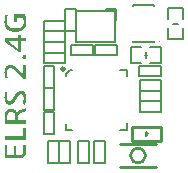
<source format=gto>
G04*
G04 #@! TF.GenerationSoftware,Altium Limited,Altium Designer,20.0.1 (14)*
G04*
G04 Layer_Color=65535*
%FSLAX44Y44*%
%MOMM*%
G71*
G01*
G75*
%ADD10C,0.2540*%
%ADD11C,0.1000*%
%ADD12C,0.1800*%
%ADD13C,0.1778*%
%ADD14C,0.2200*%
%ADD15C,0.1500*%
%ADD16C,0.2032*%
%ADD17C,0.1524*%
G36*
X26918Y139029D02*
X26931Y138987D01*
X26959Y138904D01*
X26973Y138807D01*
X27015Y138682D01*
X27042Y138530D01*
X27084Y138363D01*
X27139Y138169D01*
X27181Y137947D01*
X27236Y137711D01*
X27292Y137462D01*
X27334Y137198D01*
X27389Y136907D01*
X27445Y136616D01*
X27542Y135978D01*
Y135964D01*
X27555Y135894D01*
X27569Y135811D01*
X27583Y135673D01*
X27597Y135520D01*
X27625Y135340D01*
X27639Y135132D01*
X27666Y134896D01*
X27694Y134646D01*
X27708Y134369D01*
X27736Y134092D01*
X27750Y133786D01*
X27777Y133176D01*
X27791Y132538D01*
Y132344D01*
X27777Y132219D01*
Y132039D01*
X27764Y131845D01*
X27750Y131623D01*
X27736Y131387D01*
X27708Y131124D01*
X27680Y130846D01*
X27611Y130278D01*
X27500Y129682D01*
X27361Y129099D01*
Y129085D01*
X27334Y129030D01*
X27320Y128960D01*
X27278Y128849D01*
X27223Y128725D01*
X27167Y128572D01*
X27098Y128406D01*
X27001Y128211D01*
X26793Y127809D01*
X26529Y127379D01*
X26391Y127157D01*
X26224Y126936D01*
X26044Y126728D01*
X25850Y126519D01*
X25836Y126506D01*
X25794Y126478D01*
X25739Y126422D01*
X25656Y126339D01*
X25545Y126256D01*
X25420Y126159D01*
X25267Y126034D01*
X25087Y125923D01*
X24893Y125785D01*
X24685Y125660D01*
X24449Y125521D01*
X24199Y125382D01*
X23922Y125258D01*
X23631Y125133D01*
X23326Y125008D01*
X22993Y124897D01*
X22965D01*
X22910Y124869D01*
X22812Y124841D01*
X22674Y124814D01*
X22494Y124772D01*
X22285Y124717D01*
X22036Y124675D01*
X21758Y124620D01*
X21453Y124564D01*
X21107Y124522D01*
X20746Y124467D01*
X20344Y124425D01*
X19928Y124398D01*
X19484Y124370D01*
X19013Y124342D01*
X18527D01*
X18513D01*
X18499D01*
X18416D01*
X18291D01*
X18111Y124356D01*
X17903D01*
X17653Y124370D01*
X17376Y124384D01*
X17071Y124411D01*
X16752Y124439D01*
X16405Y124481D01*
X15712Y124578D01*
X15005Y124717D01*
X14658Y124814D01*
X14325Y124911D01*
X14311Y124925D01*
X14242Y124938D01*
X14159Y124966D01*
X14034Y125022D01*
X13895Y125077D01*
X13715Y125147D01*
X13534Y125230D01*
X13326Y125327D01*
X12869Y125563D01*
X12411Y125854D01*
X11940Y126187D01*
X11718Y126367D01*
X11510Y126561D01*
X11496Y126575D01*
X11468Y126617D01*
X11413Y126672D01*
X11329Y126755D01*
X11246Y126866D01*
X11135Y126991D01*
X11024Y127130D01*
X10913Y127296D01*
X10775Y127490D01*
X10650Y127684D01*
X10525Y127906D01*
X10386Y128142D01*
X10262Y128392D01*
X10151Y128655D01*
X10040Y128933D01*
X9943Y129224D01*
Y129238D01*
X9915Y129293D01*
X9901Y129390D01*
X9859Y129501D01*
X9832Y129654D01*
X9790Y129834D01*
X9748Y130042D01*
X9693Y130264D01*
X9651Y130527D01*
X9610Y130805D01*
X9568Y131096D01*
X9527Y131415D01*
X9499Y131748D01*
X9471Y132095D01*
X9457Y132830D01*
Y133343D01*
X9471Y133579D01*
Y133856D01*
X9485Y134161D01*
X9499Y134466D01*
Y134549D01*
X9513Y134605D01*
Y134771D01*
X9527Y134979D01*
X9540Y135215D01*
X9568Y135478D01*
X9624Y136047D01*
Y136075D01*
X9638Y136116D01*
Y136172D01*
X9651Y136324D01*
X9679Y136505D01*
X9707Y136727D01*
X9735Y136962D01*
X9804Y137462D01*
Y137489D01*
X9818Y137573D01*
X9832Y137697D01*
X9859Y137850D01*
X9887Y138030D01*
X9915Y138210D01*
X9943Y138405D01*
X9970Y138585D01*
X12162Y138335D01*
Y138322D01*
X12148Y138294D01*
X12134Y138238D01*
X12120Y138155D01*
X12106Y138058D01*
X12078Y137947D01*
X12051Y137822D01*
X12023Y137670D01*
X11995Y137503D01*
X11967Y137323D01*
X11926Y137129D01*
X11898Y136921D01*
X11829Y136449D01*
X11759Y135950D01*
Y135936D01*
X11746Y135881D01*
Y135811D01*
X11732Y135700D01*
X11718Y135576D01*
X11704Y135423D01*
X11676Y135243D01*
X11662Y135035D01*
X11648Y134813D01*
X11621Y134577D01*
X11607Y134327D01*
X11593Y134050D01*
X11579Y133481D01*
X11565Y132857D01*
Y132622D01*
X11579Y132497D01*
Y132344D01*
X11593Y132178D01*
X11607Y132011D01*
X11662Y131609D01*
X11718Y131193D01*
X11815Y130777D01*
X11940Y130361D01*
Y130347D01*
X11954Y130319D01*
X11981Y130264D01*
X12009Y130181D01*
X12051Y130098D01*
X12106Y129987D01*
X12231Y129751D01*
X12397Y129473D01*
X12605Y129182D01*
X12869Y128891D01*
X13160Y128628D01*
X13174Y128614D01*
X13202Y128600D01*
X13243Y128558D01*
X13313Y128517D01*
X13396Y128461D01*
X13493Y128392D01*
X13618Y128322D01*
X13743Y128253D01*
X13895Y128170D01*
X14061Y128087D01*
X14242Y128003D01*
X14436Y127920D01*
X14866Y127754D01*
X15337Y127615D01*
X15351D01*
X15393Y127601D01*
X15476Y127587D01*
X15573Y127560D01*
X15698Y127532D01*
X15850Y127504D01*
X16031Y127476D01*
X16239Y127449D01*
X16461Y127421D01*
X16696Y127393D01*
X16960Y127366D01*
X17251Y127338D01*
X17556Y127310D01*
X17875Y127296D01*
X18208Y127282D01*
X18555D01*
X18583D01*
X18652D01*
X18749D01*
X18902D01*
X19082Y127296D01*
X19290D01*
X19512Y127310D01*
X19761Y127324D01*
X20039Y127338D01*
X20316Y127366D01*
X20899Y127421D01*
X21481Y127504D01*
X21758Y127560D01*
X22022Y127615D01*
X22036D01*
X22078Y127629D01*
X22147Y127657D01*
X22244Y127684D01*
X22369Y127712D01*
X22494Y127754D01*
X22646Y127809D01*
X22812Y127865D01*
X23159Y128003D01*
X23520Y128184D01*
X23880Y128378D01*
X24213Y128614D01*
X24227Y128628D01*
X24255Y128641D01*
X24283Y128683D01*
X24338Y128738D01*
X24491Y128877D01*
X24657Y129071D01*
X24837Y129307D01*
X25031Y129584D01*
X25212Y129889D01*
X25350Y130236D01*
Y130250D01*
X25364Y130278D01*
X25378Y130333D01*
X25406Y130403D01*
X25434Y130500D01*
X25461Y130611D01*
X25489Y130736D01*
X25517Y130874D01*
X25545Y131041D01*
X25572Y131207D01*
X25628Y131581D01*
X25669Y132011D01*
X25683Y132469D01*
Y133093D01*
X25669Y133273D01*
Y133565D01*
X25656Y133662D01*
X25642Y133800D01*
Y133953D01*
X25628Y134119D01*
X25586Y134494D01*
Y134522D01*
X25572Y134577D01*
X25558Y134674D01*
X25545Y134813D01*
X25531Y134951D01*
X25517Y135118D01*
X25475Y135451D01*
Y135465D01*
X25461Y135534D01*
X25447Y135617D01*
X25434Y135728D01*
X25420Y135839D01*
X25392Y135978D01*
X25336Y136241D01*
X19720D01*
Y132358D01*
X17556D01*
Y139043D01*
X26918D01*
Y139029D01*
D02*
G37*
G36*
X23242Y119336D02*
X27500D01*
Y116714D01*
X23242D01*
Y107353D01*
X21412D01*
X9735Y115660D01*
Y119336D01*
X21190D01*
Y121596D01*
X23242D01*
Y119336D01*
D02*
G37*
G36*
X26446Y104677D02*
X26612Y104649D01*
X26793Y104593D01*
X26973Y104510D01*
X27167Y104385D01*
X27334Y104233D01*
X27347Y104205D01*
X27389Y104150D01*
X27458Y104039D01*
X27528Y103900D01*
X27611Y103720D01*
X27666Y103498D01*
X27722Y103248D01*
X27736Y102957D01*
Y102832D01*
X27708Y102680D01*
X27680Y102513D01*
X27639Y102305D01*
X27569Y102097D01*
X27472Y101889D01*
X27334Y101695D01*
X27320Y101681D01*
X27250Y101626D01*
X27167Y101543D01*
X27029Y101459D01*
X26876Y101376D01*
X26682Y101293D01*
X26446Y101237D01*
X26196Y101223D01*
X26182D01*
X26169D01*
X26127D01*
X26072Y101237D01*
X25947Y101251D01*
X25780Y101279D01*
X25600Y101334D01*
X25406Y101418D01*
X25226Y101543D01*
X25059Y101695D01*
X25045Y101723D01*
X24990Y101778D01*
X24934Y101889D01*
X24851Y102042D01*
X24782Y102222D01*
X24712Y102430D01*
X24671Y102680D01*
X24657Y102957D01*
Y103096D01*
X24671Y103234D01*
X24712Y103415D01*
X24754Y103623D01*
X24823Y103831D01*
X24920Y104039D01*
X25059Y104233D01*
X25073Y104247D01*
X25129Y104302D01*
X25226Y104385D01*
X25350Y104469D01*
X25517Y104552D01*
X25711Y104635D01*
X25933Y104691D01*
X26196Y104705D01*
X26210D01*
X26224D01*
X26266D01*
X26321D01*
X26446Y104677D01*
D02*
G37*
G36*
X27500Y84692D02*
X25503D01*
X20080Y90101D01*
X20066Y90115D01*
X20053Y90129D01*
X20011Y90170D01*
X19956Y90226D01*
X19803Y90365D01*
X19623Y90559D01*
X19401Y90767D01*
X19151Y91003D01*
X18638Y91474D01*
X18624Y91488D01*
X18610Y91502D01*
X18569Y91530D01*
X18513Y91585D01*
X18375Y91696D01*
X18194Y91848D01*
X17986Y92015D01*
X17751Y92195D01*
X17501Y92375D01*
X17251Y92542D01*
X17237D01*
X17224Y92556D01*
X17182Y92584D01*
X17140Y92611D01*
X17002Y92695D01*
X16821Y92792D01*
X16613Y92902D01*
X16378Y93013D01*
X16128Y93124D01*
X15864Y93222D01*
X15850D01*
X15837Y93235D01*
X15795Y93249D01*
X15740Y93263D01*
X15601Y93305D01*
X15407Y93346D01*
X15185Y93388D01*
X14921Y93429D01*
X14644Y93457D01*
X14353Y93471D01*
X14339D01*
X14283D01*
X14214D01*
X14103Y93457D01*
X13992Y93443D01*
X13840Y93416D01*
X13687Y93388D01*
X13521Y93346D01*
X13354Y93291D01*
X13174Y93235D01*
X12994Y93152D01*
X12813Y93055D01*
X12647Y92944D01*
X12494Y92805D01*
X12342Y92667D01*
X12217Y92486D01*
X12203Y92473D01*
X12189Y92445D01*
X12162Y92389D01*
X12120Y92306D01*
X12064Y92209D01*
X12009Y92084D01*
X11954Y91946D01*
X11884Y91779D01*
X11829Y91599D01*
X11773Y91391D01*
X11718Y91169D01*
X11662Y90919D01*
X11621Y90656D01*
X11593Y90378D01*
X11565Y90073D01*
Y89435D01*
X11579Y89283D01*
X11593Y89089D01*
X11607Y88895D01*
X11621Y88673D01*
Y88645D01*
X11635Y88575D01*
X11648Y88451D01*
X11662Y88312D01*
X11676Y88132D01*
X11704Y87924D01*
X11732Y87702D01*
X11759Y87480D01*
Y87452D01*
X11773Y87383D01*
X11787Y87258D01*
X11815Y87119D01*
X11843Y86939D01*
X11870Y86745D01*
X11954Y86343D01*
Y86315D01*
X11967Y86259D01*
X11981Y86162D01*
X12009Y86038D01*
X12037Y85899D01*
X12064Y85746D01*
X12106Y85608D01*
X12134Y85469D01*
X9998Y85205D01*
Y85219D01*
X9984Y85247D01*
X9970Y85303D01*
X9956Y85372D01*
X9929Y85469D01*
X9901Y85580D01*
X9873Y85705D01*
X9832Y85843D01*
X9804Y86010D01*
X9762Y86176D01*
X9693Y86551D01*
X9638Y86981D01*
X9582Y87452D01*
Y87508D01*
X9568Y87577D01*
Y87674D01*
X9554Y87785D01*
X9540Y87924D01*
X9527Y88076D01*
X9513Y88257D01*
X9499Y88631D01*
X9471Y89047D01*
X9457Y89491D01*
Y90170D01*
X9471Y90281D01*
Y90434D01*
X9485Y90587D01*
Y90767D01*
X9527Y91155D01*
X9568Y91585D01*
X9638Y92029D01*
X9721Y92473D01*
Y92486D01*
X9735Y92528D01*
X9748Y92584D01*
X9762Y92667D01*
X9790Y92778D01*
X9832Y92889D01*
X9873Y93027D01*
X9915Y93166D01*
X10040Y93485D01*
X10178Y93832D01*
X10345Y94178D01*
X10553Y94511D01*
Y94525D01*
X10581Y94553D01*
X10608Y94594D01*
X10650Y94650D01*
X10789Y94816D01*
X10955Y95010D01*
X11177Y95232D01*
X11427Y95454D01*
X11732Y95676D01*
X12064Y95884D01*
X12078D01*
X12106Y95912D01*
X12162Y95926D01*
X12231Y95967D01*
X12314Y95995D01*
X12425Y96037D01*
X12550Y96092D01*
X12702Y96134D01*
X12855Y96175D01*
X13035Y96231D01*
X13216Y96272D01*
X13424Y96300D01*
X13867Y96356D01*
X14353Y96383D01*
X14367D01*
X14408D01*
X14464D01*
X14547D01*
X14644Y96370D01*
X14755D01*
X14894Y96356D01*
X15032Y96342D01*
X15351Y96300D01*
X15698Y96231D01*
X16059Y96148D01*
X16419Y96037D01*
X16433D01*
X16461Y96023D01*
X16516Y96009D01*
X16572Y95981D01*
X16655Y95940D01*
X16752Y95898D01*
X16988Y95801D01*
X17265Y95676D01*
X17556Y95510D01*
X17875Y95343D01*
X18194Y95135D01*
X18208D01*
X18236Y95108D01*
X18277Y95080D01*
X18333Y95038D01*
X18416Y94983D01*
X18499Y94913D01*
X18721Y94761D01*
X18971Y94567D01*
X19248Y94345D01*
X19540Y94095D01*
X19845Y93818D01*
X19858Y93804D01*
X19886Y93790D01*
X19928Y93749D01*
X19983Y93693D01*
X20053Y93624D01*
X20136Y93540D01*
X20344Y93332D01*
X20594Y93097D01*
X20871Y92819D01*
X21176Y92528D01*
X21495Y92209D01*
X25364Y88229D01*
Y96592D01*
X27500D01*
Y84692D01*
D02*
G37*
G36*
X23714Y74291D02*
X23839Y74277D01*
X23964Y74263D01*
X24116Y74250D01*
X24435Y74194D01*
X24782Y74125D01*
X25129Y74014D01*
X25461Y73861D01*
X25475D01*
X25503Y73847D01*
X25545Y73820D01*
X25600Y73778D01*
X25753Y73681D01*
X25947Y73542D01*
X26169Y73362D01*
X26391Y73154D01*
X26626Y72904D01*
X26834Y72613D01*
Y72599D01*
X26862Y72571D01*
X26876Y72530D01*
X26918Y72474D01*
X26959Y72391D01*
X27015Y72308D01*
X27056Y72197D01*
X27112Y72072D01*
X27236Y71795D01*
X27361Y71462D01*
X27472Y71101D01*
X27569Y70685D01*
Y70671D01*
X27583Y70630D01*
Y70574D01*
X27597Y70491D01*
X27625Y70380D01*
X27639Y70255D01*
X27652Y70103D01*
X27680Y69950D01*
X27694Y69770D01*
X27722Y69576D01*
X27750Y69160D01*
X27777Y68688D01*
X27791Y68189D01*
Y67912D01*
X27777Y67759D01*
Y67579D01*
X27764Y67385D01*
X27750Y67177D01*
X27736Y66941D01*
X27722Y66691D01*
X27666Y66164D01*
X27583Y65623D01*
X27486Y65083D01*
Y65069D01*
X27472Y65013D01*
X27458Y64944D01*
X27431Y64847D01*
X27403Y64722D01*
X27375Y64583D01*
X27334Y64417D01*
X27292Y64236D01*
X27195Y63862D01*
X27098Y63446D01*
X26987Y63044D01*
X26862Y62642D01*
X24782Y62988D01*
Y63002D01*
X24796Y63030D01*
X24810Y63085D01*
X24837Y63169D01*
X24865Y63266D01*
X24893Y63377D01*
X24920Y63515D01*
X24962Y63654D01*
X25004Y63820D01*
X25059Y64001D01*
X25156Y64403D01*
X25267Y64847D01*
X25378Y65318D01*
Y65332D01*
X25392Y65374D01*
X25406Y65457D01*
X25420Y65554D01*
X25447Y65665D01*
X25475Y65817D01*
X25503Y65984D01*
X25531Y66164D01*
X25558Y66372D01*
X25586Y66594D01*
X25614Y66830D01*
X25642Y67080D01*
X25669Y67607D01*
X25683Y68161D01*
Y68300D01*
X25669Y68397D01*
Y68522D01*
X25656Y68660D01*
X25642Y68813D01*
X25628Y68980D01*
X25586Y69354D01*
X25503Y69742D01*
X25406Y70131D01*
X25267Y70491D01*
Y70505D01*
X25239Y70533D01*
X25226Y70574D01*
X25184Y70644D01*
X25073Y70782D01*
X24907Y70963D01*
X24796Y71046D01*
X24685Y71129D01*
X24560Y71198D01*
X24407Y71282D01*
X24241Y71337D01*
X24061Y71379D01*
X23867Y71406D01*
X23658Y71420D01*
X23645D01*
X23617D01*
X23575D01*
X23520Y71406D01*
X23437D01*
X23353Y71393D01*
X23145Y71337D01*
X22910Y71254D01*
X22646Y71143D01*
X22355Y70977D01*
X22216Y70866D01*
X22078Y70755D01*
X22064Y70741D01*
X22050Y70727D01*
X22008Y70685D01*
X21953Y70644D01*
X21800Y70491D01*
X21606Y70311D01*
X21384Y70061D01*
X21134Y69784D01*
X20871Y69465D01*
X20607Y69104D01*
X20594Y69090D01*
X20580Y69063D01*
X20538Y69007D01*
X20483Y68924D01*
X20413Y68841D01*
X20344Y68730D01*
X20247Y68605D01*
X20150Y68466D01*
X19928Y68147D01*
X19678Y67773D01*
X19415Y67385D01*
X19137Y66955D01*
X19124Y66941D01*
X19110Y66899D01*
X19068Y66844D01*
X19013Y66761D01*
X18943Y66663D01*
X18860Y66539D01*
X18763Y66400D01*
X18666Y66261D01*
X18430Y65928D01*
X18167Y65568D01*
X17875Y65180D01*
X17570Y64805D01*
X17556Y64791D01*
X17529Y64763D01*
X17487Y64708D01*
X17431Y64639D01*
X17348Y64556D01*
X17251Y64458D01*
X17043Y64223D01*
X16780Y63959D01*
X16475Y63682D01*
X16156Y63418D01*
X15809Y63155D01*
X15795D01*
X15767Y63127D01*
X15712Y63099D01*
X15642Y63058D01*
X15559Y63002D01*
X15448Y62947D01*
X15323Y62891D01*
X15199Y62836D01*
X14880Y62711D01*
X14533Y62600D01*
X14131Y62531D01*
X13923Y62517D01*
X13715Y62503D01*
X13701D01*
X13659D01*
X13604D01*
X13507Y62517D01*
X13410D01*
X13285Y62531D01*
X13160Y62545D01*
X13008Y62572D01*
X12688Y62628D01*
X12356Y62725D01*
X12023Y62850D01*
X11704Y63016D01*
X11690D01*
X11662Y63044D01*
X11621Y63072D01*
X11565Y63113D01*
X11413Y63224D01*
X11232Y63390D01*
X11024Y63585D01*
X10802Y63834D01*
X10581Y64112D01*
X10386Y64417D01*
Y64431D01*
X10359Y64458D01*
X10345Y64514D01*
X10303Y64569D01*
X10262Y64653D01*
X10220Y64763D01*
X10165Y64874D01*
X10109Y65013D01*
X10053Y65152D01*
X9998Y65318D01*
X9873Y65665D01*
X9762Y66067D01*
X9679Y66497D01*
Y66511D01*
X9665Y66553D01*
X9651Y66622D01*
X9638Y66705D01*
X9624Y66816D01*
X9610Y66955D01*
X9582Y67107D01*
X9568Y67274D01*
X9540Y67454D01*
X9527Y67662D01*
X9485Y68092D01*
X9471Y68577D01*
X9457Y69077D01*
Y69451D01*
X9471Y69631D01*
Y69839D01*
X9485Y70061D01*
X9499Y70297D01*
Y70408D01*
X9513Y70533D01*
X9527Y70685D01*
X9540Y70880D01*
X9554Y71087D01*
X9596Y71531D01*
Y71559D01*
X9610Y71628D01*
X9624Y71753D01*
X9638Y71906D01*
X9651Y72072D01*
X9679Y72252D01*
X9735Y72641D01*
Y72668D01*
X9748Y72724D01*
X9762Y72821D01*
X9790Y72946D01*
X9804Y73085D01*
X9832Y73237D01*
X9887Y73528D01*
X12023Y73293D01*
Y73279D01*
X12009Y73223D01*
X11995Y73140D01*
X11967Y73029D01*
X11954Y72890D01*
X11926Y72724D01*
X11898Y72544D01*
X11870Y72350D01*
Y72322D01*
X11856Y72252D01*
X11843Y72155D01*
X11815Y72017D01*
X11801Y71850D01*
X11773Y71656D01*
X11746Y71462D01*
X11718Y71240D01*
Y71212D01*
X11704Y71143D01*
X11690Y71032D01*
X11676Y70880D01*
X11662Y70713D01*
X11635Y70519D01*
X11621Y70311D01*
X11607Y70089D01*
Y70061D01*
X11593Y69992D01*
Y69881D01*
X11579Y69756D01*
Y69590D01*
X11565Y69423D01*
Y68785D01*
X11579Y68591D01*
Y68355D01*
X11593Y68106D01*
X11635Y67593D01*
Y67565D01*
X11648Y67482D01*
X11662Y67357D01*
X11690Y67204D01*
X11732Y67024D01*
X11787Y66830D01*
X11843Y66636D01*
X11926Y66442D01*
X11940Y66428D01*
X11967Y66358D01*
X12009Y66275D01*
X12078Y66178D01*
X12162Y66053D01*
X12259Y65928D01*
X12383Y65817D01*
X12522Y65707D01*
X12536Y65693D01*
X12592Y65665D01*
X12675Y65623D01*
X12786Y65582D01*
X12938Y65526D01*
X13105Y65485D01*
X13299Y65457D01*
X13521Y65443D01*
X13534D01*
X13548D01*
X13590D01*
X13645Y65457D01*
X13784Y65485D01*
X13964Y65526D01*
X14173Y65609D01*
X14422Y65720D01*
X14672Y65887D01*
X14797Y65984D01*
X14921Y66095D01*
X14935Y66109D01*
X14949Y66123D01*
X14991Y66164D01*
X15032Y66206D01*
X15171Y66358D01*
X15337Y66539D01*
X15532Y66774D01*
X15767Y67066D01*
X16003Y67385D01*
X16253Y67731D01*
X16267Y67745D01*
X16280Y67773D01*
X16322Y67828D01*
X16364Y67898D01*
X16433Y67995D01*
X16502Y68106D01*
X16586Y68231D01*
X16683Y68369D01*
X16891Y68688D01*
X17126Y69049D01*
X17376Y69451D01*
X17653Y69867D01*
X17667Y69881D01*
X17681Y69922D01*
X17723Y69978D01*
X17778Y70061D01*
X17848Y70158D01*
X17931Y70283D01*
X18028Y70422D01*
X18125Y70560D01*
X18361Y70893D01*
X18638Y71254D01*
X18929Y71628D01*
X19248Y72003D01*
X19262Y72017D01*
X19290Y72044D01*
X19332Y72100D01*
X19401Y72169D01*
X19470Y72252D01*
X19567Y72350D01*
X19678Y72460D01*
X19803Y72571D01*
X20080Y72835D01*
X20399Y73112D01*
X20760Y73376D01*
X21134Y73639D01*
X21148Y73653D01*
X21176Y73667D01*
X21232Y73695D01*
X21315Y73750D01*
X21412Y73792D01*
X21523Y73847D01*
X21661Y73917D01*
X21800Y73972D01*
X21967Y74042D01*
X22147Y74097D01*
X22521Y74208D01*
X22951Y74277D01*
X23173Y74291D01*
X23409Y74305D01*
X23423D01*
X23464D01*
X23520D01*
X23617D01*
X23714Y74291D01*
D02*
G37*
G36*
X27500Y56859D02*
X23742Y55458D01*
X23728D01*
X23714Y55444D01*
X23631Y55416D01*
X23506Y55375D01*
X23353Y55305D01*
X23173Y55236D01*
X22979Y55139D01*
X22577Y54945D01*
X22549Y54931D01*
X22494Y54903D01*
X22383Y54848D01*
X22258Y54764D01*
X22119Y54667D01*
X21967Y54570D01*
X21814Y54445D01*
X21661Y54307D01*
X21648Y54293D01*
X21592Y54237D01*
X21523Y54154D01*
X21439Y54057D01*
X21342Y53918D01*
X21245Y53766D01*
X21148Y53586D01*
X21065Y53391D01*
X21051Y53364D01*
X21023Y53294D01*
X20996Y53183D01*
X20954Y53031D01*
X20912Y52850D01*
X20871Y52629D01*
X20857Y52379D01*
X20843Y52116D01*
Y51713D01*
X20829Y51519D01*
Y51048D01*
X20815Y50798D01*
Y50729D01*
X20802Y50687D01*
X20788Y50548D01*
X20774Y50368D01*
X20746Y50160D01*
X20718Y49924D01*
X20677Y49661D01*
X20635Y49397D01*
X27500D01*
Y46596D01*
X9735D01*
Y52615D01*
X9748Y52767D01*
Y52934D01*
X9762Y53128D01*
Y53336D01*
X9790Y53558D01*
X9804Y53794D01*
X9845Y54293D01*
X9915Y54792D01*
X10012Y55278D01*
Y55291D01*
X10026Y55333D01*
X10040Y55402D01*
X10067Y55486D01*
X10095Y55596D01*
X10123Y55721D01*
X10178Y55874D01*
X10220Y56026D01*
X10345Y56359D01*
X10497Y56720D01*
X10691Y57080D01*
X10913Y57413D01*
X10927Y57427D01*
X10941Y57455D01*
X10983Y57497D01*
X11024Y57552D01*
X11177Y57705D01*
X11371Y57899D01*
X11607Y58107D01*
X11898Y58315D01*
X12245Y58523D01*
X12619Y58703D01*
X12633D01*
X12661Y58717D01*
X12730Y58745D01*
X12813Y58772D01*
X12910Y58800D01*
X13035Y58842D01*
X13174Y58883D01*
X13340Y58925D01*
X13521Y58953D01*
X13729Y58994D01*
X13937Y59036D01*
X14173Y59064D01*
X14422Y59091D01*
X14672Y59119D01*
X15240Y59133D01*
X15254D01*
X15282D01*
X15337D01*
X15421D01*
X15518Y59119D01*
X15615D01*
X15878Y59105D01*
X16170Y59064D01*
X16475Y59022D01*
X16794Y58953D01*
X17099Y58856D01*
X17113D01*
X17126Y58842D01*
X17168Y58828D01*
X17237Y58814D01*
X17376Y58745D01*
X17570Y58661D01*
X17778Y58564D01*
X18000Y58439D01*
X18236Y58301D01*
X18458Y58134D01*
X18485Y58120D01*
X18555Y58051D01*
X18652Y57954D01*
X18777Y57829D01*
X18929Y57663D01*
X19082Y57483D01*
X19234Y57275D01*
X19387Y57053D01*
X19401Y57025D01*
X19442Y56942D01*
X19512Y56817D01*
X19609Y56651D01*
X19706Y56442D01*
X19803Y56207D01*
X19900Y55957D01*
X19997Y55680D01*
Y55694D01*
X20011Y55721D01*
X20039Y55777D01*
X20066Y55846D01*
X20108Y55929D01*
X20150Y56026D01*
X20275Y56234D01*
X20441Y56484D01*
X20635Y56734D01*
X20857Y56969D01*
X21121Y57191D01*
X21134D01*
X21148Y57219D01*
X21204Y57247D01*
X21259Y57288D01*
X21329Y57330D01*
X21426Y57386D01*
X21523Y57455D01*
X21648Y57524D01*
X21786Y57593D01*
X21939Y57677D01*
X22105Y57760D01*
X22272Y57843D01*
X22674Y58010D01*
X23118Y58190D01*
X27500Y59771D01*
Y56859D01*
D02*
G37*
G36*
Y32852D02*
X9735D01*
Y35654D01*
X25392D01*
Y43240D01*
X27500D01*
Y32852D01*
D02*
G37*
G36*
Y22506D02*
X27486Y22382D01*
Y22215D01*
X27472Y22021D01*
X27445Y21785D01*
X27417Y21522D01*
X27375Y21244D01*
X27320Y20953D01*
X27250Y20648D01*
X27181Y20329D01*
X27084Y20024D01*
X26959Y19705D01*
X26834Y19414D01*
X26682Y19123D01*
X26502Y18859D01*
X26488Y18845D01*
X26460Y18804D01*
X26391Y18734D01*
X26307Y18651D01*
X26196Y18540D01*
X26072Y18429D01*
X25905Y18304D01*
X25725Y18180D01*
X25517Y18055D01*
X25281Y17930D01*
X25018Y17819D01*
X24726Y17708D01*
X24407Y17625D01*
X24061Y17556D01*
X23686Y17514D01*
X23284Y17500D01*
X9735D01*
Y28151D01*
X11843D01*
Y20301D01*
X17348D01*
Y27374D01*
X19456D01*
Y20301D01*
X23312D01*
X23326D01*
X23367D01*
X23423D01*
X23506Y20315D01*
X23603D01*
X23714Y20343D01*
X23964Y20385D01*
X24227Y20468D01*
X24504Y20579D01*
X24740Y20745D01*
X24851Y20842D01*
X24948Y20953D01*
Y20967D01*
X24962Y20981D01*
X24990Y21023D01*
X25018Y21078D01*
X25045Y21133D01*
X25087Y21217D01*
X25170Y21425D01*
X25253Y21674D01*
X25323Y21979D01*
X25378Y22326D01*
X25392Y22728D01*
Y28498D01*
X27500D01*
Y22506D01*
D02*
G37*
%LPC*%
G36*
X21190Y116714D02*
X12092D01*
X21204Y110127D01*
X21190Y116714D01*
D02*
G37*
G36*
X15240Y56304D02*
X15227D01*
X15199D01*
X15143D01*
X15074D01*
X14991D01*
X14880Y56290D01*
X14658Y56276D01*
X14394Y56248D01*
X14117Y56207D01*
X13840Y56151D01*
X13576Y56068D01*
X13562D01*
X13548Y56054D01*
X13465Y56026D01*
X13354Y55971D01*
X13202Y55902D01*
X13035Y55805D01*
X12855Y55680D01*
X12688Y55527D01*
X12536Y55361D01*
X12522Y55333D01*
X12467Y55278D01*
X12411Y55167D01*
X12328Y55028D01*
X12231Y54848D01*
X12148Y54640D01*
X12064Y54390D01*
X11995Y54126D01*
Y54113D01*
X11981Y54099D01*
Y54057D01*
X11967Y53988D01*
X11954Y53918D01*
X11940Y53835D01*
X11912Y53627D01*
X11884Y53364D01*
X11870Y53059D01*
X11843Y52712D01*
Y49397D01*
X18527D01*
Y49425D01*
X18541Y49467D01*
X18555Y49522D01*
X18569Y49675D01*
X18597Y49869D01*
X18638Y50091D01*
X18666Y50340D01*
X18694Y50604D01*
X18721Y50867D01*
Y50992D01*
X18735Y51131D01*
Y51311D01*
X18749Y51519D01*
Y51741D01*
X18763Y52227D01*
Y52435D01*
X18749Y52587D01*
X18735Y52781D01*
X18721Y52989D01*
X18694Y53211D01*
X18652Y53461D01*
X18555Y53988D01*
X18485Y54251D01*
X18402Y54515D01*
X18305Y54750D01*
X18194Y54986D01*
X18069Y55208D01*
X17917Y55388D01*
X17903Y55402D01*
X17875Y55430D01*
X17820Y55472D01*
X17751Y55527D01*
X17667Y55596D01*
X17543Y55680D01*
X17418Y55763D01*
X17265Y55846D01*
X17085Y55929D01*
X16891Y56013D01*
X16669Y56096D01*
X16419Y56165D01*
X16156Y56221D01*
X15878Y56262D01*
X15573Y56290D01*
X15240Y56304D01*
D02*
G37*
%LPD*%
D10*
X128845Y19500D02*
G03*
X128845Y19500I-6350J0D01*
G01*
X60580Y92658D02*
G03*
X60580Y92658I-1524J0D01*
G01*
X107495Y29500D02*
X137495D01*
X107495Y9500D02*
X137495D01*
D11*
X140500Y116000D02*
G03*
X140500Y116000I-500J0D01*
G01*
D12*
X129000Y39500D02*
X130750Y37750D01*
X42500Y115750D02*
Y124750D01*
X61000D01*
X42500Y115750D02*
X61000D01*
Y124750D01*
X42500Y97750D02*
Y106750D01*
X61000D01*
X42500Y97750D02*
X61000D01*
Y106750D01*
X142367Y56500D02*
Y65500D01*
X123867Y56500D02*
X142367D01*
X123867Y65500D02*
X142367D01*
X123867Y56500D02*
Y65500D01*
X142250Y86500D02*
Y95500D01*
X123750Y86500D02*
X142250D01*
X123750Y95500D02*
X142250D01*
X123750Y86500D02*
Y95500D01*
X85250Y13000D02*
X94250D01*
X85250D02*
Y31500D01*
X94250Y13000D02*
Y31500D01*
X85250D02*
X94250D01*
X42500Y76750D02*
X51500D01*
X51500Y58250D01*
X42500D02*
Y76750D01*
Y58250D02*
X51500D01*
X42500Y76750D02*
X51500Y76750D01*
X42500Y76750D02*
Y95250D01*
X51500D02*
X51500Y76750D01*
X42500Y95250D02*
X51500D01*
X42500Y56000D02*
X51500D01*
Y37500D02*
Y56000D01*
X42500Y37500D02*
Y56000D01*
Y37500D02*
X51500D01*
X42500Y106750D02*
Y115750D01*
X61000D01*
X42500Y106750D02*
X61000D01*
Y115750D01*
Y124750D02*
Y133750D01*
X42500Y124750D02*
X61000D01*
X42500Y133750D02*
X61000D01*
X42500Y124750D02*
Y133750D01*
X65750Y104250D02*
Y113250D01*
X84250D01*
X65750Y104250D02*
X84250D01*
Y113250D01*
X129000Y36000D02*
X130750Y37750D01*
X129000Y36000D02*
Y39500D01*
X95644Y143220D02*
X104026D01*
Y134584D02*
Y142966D01*
X136000Y146250D02*
X136000Y146750D01*
X118000Y146250D02*
Y146750D01*
X136000Y116250D02*
X136000Y115750D01*
X118000Y115750D02*
Y116250D01*
Y115750D02*
X136000Y115750D01*
X118000Y146750D02*
X136000Y146750D01*
X142367Y74500D02*
Y83500D01*
X123867Y74500D02*
X142367D01*
X123867Y83500D02*
X142367D01*
X123867Y74500D02*
Y83500D01*
X142367Y65500D02*
Y74500D01*
X123867Y65500D02*
X142367D01*
X123867Y74500D02*
X142367D01*
X123867Y65500D02*
Y74500D01*
X46500Y13000D02*
X55500D01*
X46500D02*
Y31500D01*
X55500Y13000D02*
Y31500D01*
X46500D02*
X55500D01*
X55500D02*
X64500D01*
Y13000D02*
Y31500D01*
X55500Y13000D02*
Y31500D01*
Y13000D02*
X64500D01*
X71750Y31500D02*
X80750D01*
Y13000D02*
Y31500D01*
X71750Y13000D02*
Y31500D01*
Y13000D02*
X80750D01*
X104750Y104250D02*
Y113250D01*
X86250Y104250D02*
X104750D01*
X86250Y113250D02*
X104750D01*
X86250Y104250D02*
Y113250D01*
X61000Y143250D02*
X70000D01*
Y124750D02*
Y143250D01*
X61000Y124750D02*
Y143250D01*
Y124750D02*
X70000D01*
D13*
X65152Y92150D02*
X66930D01*
X61723Y88721D02*
X65152Y92150D01*
X61723Y86816D02*
Y88721D01*
X61596Y41350D02*
Y46430D01*
Y41350D02*
X61723Y41223D01*
X66930D01*
X107570Y41350D02*
X112650D01*
X112777Y41477D01*
Y46684D01*
X112904Y87070D02*
Y92150D01*
X112777Y92277D02*
X112904Y92150D01*
X107570Y92277D02*
X112777D01*
D14*
X117304Y43338D02*
X142196D01*
X117304Y32162D02*
Y43338D01*
X142196Y32162D02*
Y43338D01*
X117304Y32162D02*
X142196D01*
D15*
X102756Y116042D02*
Y142204D01*
X70244D02*
X102756D01*
X70244Y116042D02*
Y142204D01*
Y116042D02*
X102756D01*
D16*
X142249Y98249D02*
Y111249D01*
X116249Y98249D02*
Y111249D01*
X125440D01*
X116249Y98249D02*
X125440D01*
X133060Y111249D02*
X142249D01*
X133060Y98249D02*
X142249D01*
X147499Y118251D02*
X160499D01*
X147499Y144251D02*
X160499D01*
Y135060D02*
Y144251D01*
X147499Y135060D02*
Y144251D01*
X160499Y118251D02*
Y127440D01*
X147499Y118251D02*
Y127440D01*
D17*
X129250Y102464D02*
Y107036D01*
X128488Y104750D02*
X129250D01*
X130012D01*
X151714Y131250D02*
X156286D01*
X154000D02*
Y132012D01*
Y131250D02*
X154000Y130488D01*
M02*

</source>
